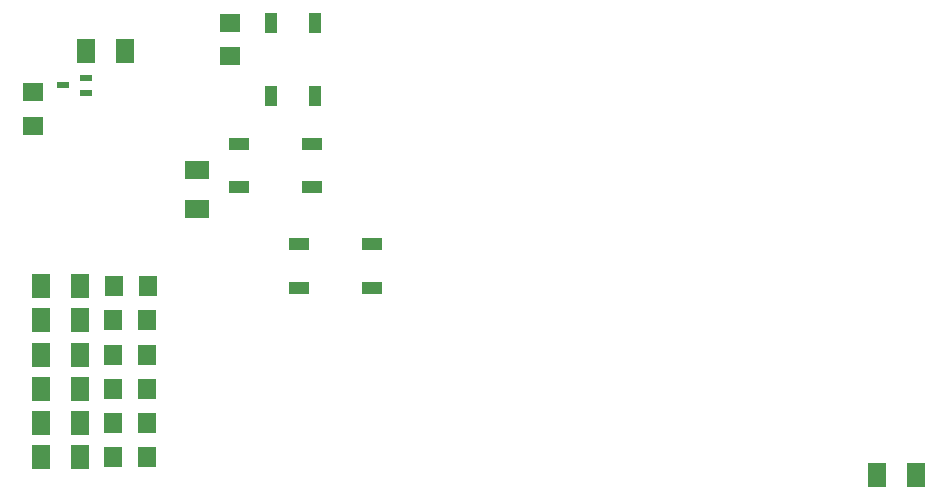
<source format=gbp>
G04 (created by PCBNEW (2013-may-18)-stable) date Mon Aug 15 13:55:16 2016*
%MOIN*%
G04 Gerber Fmt 3.4, Leading zero omitted, Abs format*
%FSLAX34Y34*%
G01*
G70*
G90*
G04 APERTURE LIST*
%ADD10C,0.00590551*%
%ADD11R,0.06X0.08*%
%ADD12R,0.08X0.06*%
%ADD13R,0.0629X0.0709*%
%ADD14R,0.0709X0.0629*%
%ADD15R,0.0708661X0.0433071*%
%ADD16R,0.0433071X0.0708661*%
%ADD17R,0.0394X0.0236*%
G04 APERTURE END LIST*
G54D10*
G54D11*
X56377Y-48562D03*
X57677Y-48562D03*
X54881Y-62106D03*
X56181Y-62106D03*
X54881Y-60964D03*
X56181Y-60964D03*
X54881Y-56397D03*
X56181Y-56397D03*
X54881Y-57539D03*
X56181Y-57539D03*
X54881Y-58681D03*
X56181Y-58681D03*
X54881Y-59822D03*
X56181Y-59822D03*
G54D12*
X60098Y-53819D03*
X60098Y-52519D03*
G54D13*
X58452Y-56397D03*
X57334Y-56397D03*
X58413Y-60964D03*
X57295Y-60964D03*
X58413Y-59822D03*
X57295Y-59822D03*
X58413Y-58681D03*
X57295Y-58681D03*
X58413Y-57539D03*
X57295Y-57539D03*
X58413Y-62106D03*
X57295Y-62106D03*
G54D14*
X54625Y-49933D03*
X54625Y-51051D03*
X61200Y-48728D03*
X61200Y-47610D03*
G54D15*
X63484Y-56448D03*
X65924Y-56448D03*
X63484Y-55008D03*
X65924Y-55008D03*
G54D16*
X64007Y-50058D03*
X64007Y-47618D03*
X62567Y-50058D03*
X62567Y-47618D03*
G54D17*
X56377Y-49960D03*
X56377Y-49448D03*
X55629Y-49704D03*
G54D11*
X84055Y-62696D03*
X82755Y-62696D03*
G54D15*
X61476Y-53101D03*
X63916Y-53101D03*
X61476Y-51661D03*
X63916Y-51661D03*
M02*

</source>
